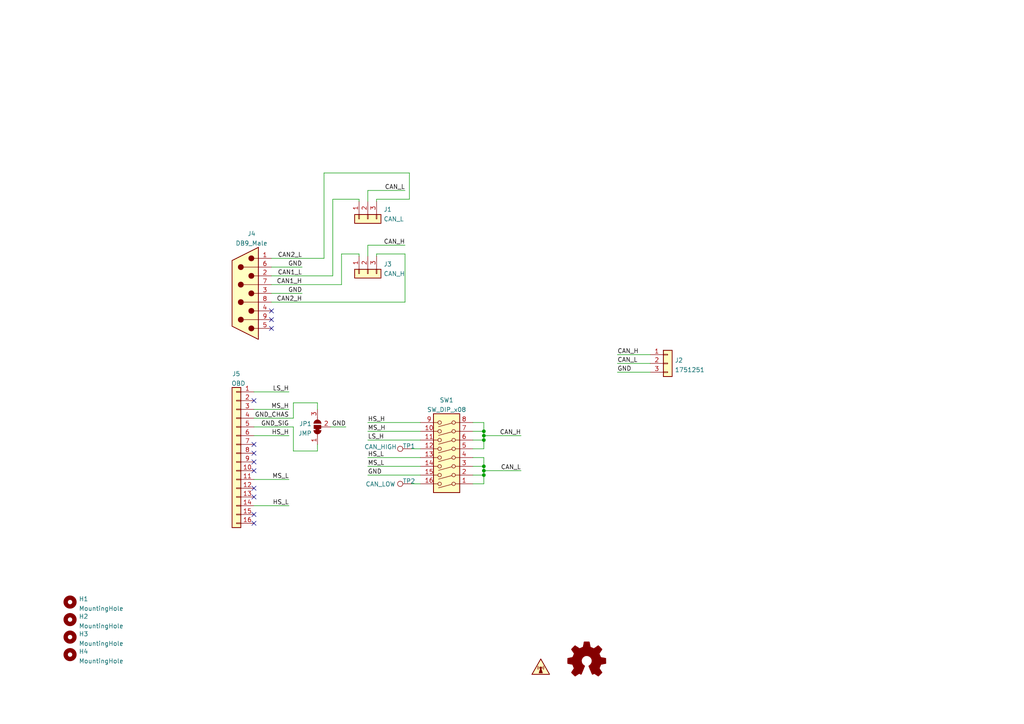
<source format=kicad_sch>
(kicad_sch (version 20210621) (generator eeschema)
  (paper "A4")
  (title_block (title "CANberry") (date "2021-10-02") (rev "0.1") (company "Josh Johnson") (comment 4 "Based on CANtact by Eric Evenchick and CANable Pro by Ethan Zonca"))
  (lib_symbols
    (symbol "Connector:DB9_Male" (pin_names (offset 1.016) hide)
      (property "Reference" "J" (at 0 13.97 0))
      (property "Value" "DB9_Male" (at 0 -14.605 0))
      (symbol "DB9_Male_0_1"
        (circle (center -1.778 -10.16) (radius 0.762) (fill (type outline)))
        (circle (center -1.778 -5.08) (radius 0.762) (fill (type outline)))
        (circle (center -1.778 0) (radius 0.762) (fill (type outline)))
        (circle (center -1.778 5.08) (radius 0.762) (fill (type outline)))
        (circle (center -1.778 10.16) (radius 0.762) (fill (type outline)))
        (circle (center 1.27 -7.62) (radius 0.762) (fill (type outline)))
        (circle (center 1.27 -2.54) (radius 0.762) (fill (type outline)))
        (circle (center 1.27 2.54) (radius 0.762) (fill (type outline)))
        (circle (center 1.27 7.62) (radius 0.762) (fill (type outline)))
        (polyline (pts (xy -3.81 -10.16) (xy -2.54 -10.16)))
        (polyline (pts (xy -3.81 -7.62) (xy 0.508 -7.62)))
        (polyline (pts (xy -3.81 -5.08) (xy -2.54 -5.08)))
        (polyline (pts (xy -3.81 -2.54) (xy 0.508 -2.54)))
        (polyline (pts (xy -3.81 0) (xy -2.54 0)))
        (polyline (pts (xy -3.81 2.54) (xy 0.508 2.54)))
        (polyline (pts (xy -3.81 5.08) (xy -2.54 5.08)))
        (polyline (pts (xy -3.81 7.62) (xy 0.508 7.62)))
        (polyline (pts (xy -3.81 10.16) (xy -2.54 10.16)))
        (polyline (pts (xy -3.81 -13.335) (xy -3.81 13.335) (xy 3.81 9.525) (xy 3.81 -9.525) (xy -3.81 -13.335)) (stroke (width 0.254)) (fill (type background)))
      )
      (symbol "DB9_Male_1_1"
        (pin passive line (at -7.62 -10.16 0) (length 3.81) (name "1") (number "1"))
        (pin passive line (at -7.62 -5.08 0) (length 3.81) (name "2") (number "2"))
        (pin passive line (at -7.62 0 0) (length 3.81) (name "3") (number "3"))
        (pin passive line (at -7.62 5.08 0) (length 3.81) (name "4") (number "4"))
        (pin passive line (at -7.62 10.16 0) (length 3.81) (name "5") (number "5"))
        (pin passive line (at -7.62 -7.62 0) (length 3.81) (name "6") (number "6"))
        (pin passive line (at -7.62 -2.54 0) (length 3.81) (name "7") (number "7"))
        (pin passive line (at -7.62 2.54 0) (length 3.81) (name "8") (number "8"))
        (pin passive line (at -7.62 7.62 0) (length 3.81) (name "9") (number "9"))
      )
    )
    (symbol "Connector:TestPoint" (pin_numbers hide) (pin_names (offset 0.762) hide)
      (property "Reference" "TP" (at 0 6.858 0))
      (property "Value" "TestPoint" (at 0 5.08 0))
      (symbol "TestPoint_0_1"
        (circle (center 0 3.302) (radius 0.762))
      )
      (symbol "TestPoint_1_1"
        (pin passive line (at 0 0 90) (length 2.54) (name "1") (number "1"))
      )
    )
    (symbol "Connector_Generic:Conn_01x03" (pin_names (offset 1.016) hide)
      (property "Reference" "J" (at 0 5.08 0))
      (property "Value" "Conn_01x03" (at 0 -5.08 0))
      (symbol "Conn_01x03_1_1"
        (rectangle (start -1.27 -2.413) (end 0 -2.667) (stroke (width 0.1524)))
        (rectangle (start -1.27 0.127) (end 0 -0.127) (stroke (width 0.1524)))
        (rectangle (start -1.27 2.667) (end 0 2.413) (stroke (width 0.1524)))
        (rectangle (start -1.27 3.81) (end 1.27 -3.81) (stroke (width 0.254)) (fill (type background)))
        (pin passive line (at -5.08 2.54 0) (length 3.81) (name "Pin_1") (number "1"))
        (pin passive line (at -5.08 0 0) (length 3.81) (name "Pin_2") (number "2"))
        (pin passive line (at -5.08 -2.54 0) (length 3.81) (name "Pin_3") (number "3"))
      )
    )
    (symbol "Connector_Generic:Conn_01x16" (pin_names (offset 1.016) hide)
      (property "Reference" "J" (at 0 20.32 0))
      (property "Value" "Conn_01x16" (at 0 -22.86 0))
      (symbol "Conn_01x16_1_1"
        (rectangle (start -1.27 -20.193) (end 0 -20.447) (stroke (width 0.1524)))
        (rectangle (start -1.27 -17.653) (end 0 -17.907) (stroke (width 0.1524)))
        (rectangle (start -1.27 -15.113) (end 0 -15.367) (stroke (width 0.1524)))
        (rectangle (start -1.27 -12.573) (end 0 -12.827) (stroke (width 0.1524)))
        (rectangle (start -1.27 -10.033) (end 0 -10.287) (stroke (width 0.1524)))
        (rectangle (start -1.27 -7.493) (end 0 -7.747) (stroke (width 0.1524)))
        (rectangle (start -1.27 -4.953) (end 0 -5.207) (stroke (width 0.1524)))
        (rectangle (start -1.27 -2.413) (end 0 -2.667) (stroke (width 0.1524)))
        (rectangle (start -1.27 0.127) (end 0 -0.127) (stroke (width 0.1524)))
        (rectangle (start -1.27 2.667) (end 0 2.413) (stroke (width 0.1524)))
        (rectangle (start -1.27 5.207) (end 0 4.953) (stroke (width 0.1524)))
        (rectangle (start -1.27 7.747) (end 0 7.493) (stroke (width 0.1524)))
        (rectangle (start -1.27 10.287) (end 0 10.033) (stroke (width 0.1524)))
        (rectangle (start -1.27 12.827) (end 0 12.573) (stroke (width 0.1524)))
        (rectangle (start -1.27 15.367) (end 0 15.113) (stroke (width 0.1524)))
        (rectangle (start -1.27 17.907) (end 0 17.653) (stroke (width 0.1524)))
        (rectangle (start -1.27 19.05) (end 1.27 -21.59) (stroke (width 0.254)) (fill (type background)))
        (pin passive line (at -5.08 17.78 0) (length 3.81) (name "Pin_1") (number "1"))
        (pin passive line (at -5.08 -5.08 0) (length 3.81) (name "Pin_10") (number "10"))
        (pin passive line (at -5.08 -7.62 0) (length 3.81) (name "Pin_11") (number "11"))
        (pin passive line (at -5.08 -10.16 0) (length 3.81) (name "Pin_12") (number "12"))
        (pin passive line (at -5.08 -12.7 0) (length 3.81) (name "Pin_13") (number "13"))
        (pin passive line (at -5.08 -15.24 0) (length 3.81) (name "Pin_14") (number "14"))
        (pin passive line (at -5.08 -17.78 0) (length 3.81) (name "Pin_15") (number "15"))
        (pin passive line (at -5.08 -20.32 0) (length 3.81) (name "Pin_16") (number "16"))
        (pin passive line (at -5.08 15.24 0) (length 3.81) (name "Pin_2") (number "2"))
        (pin passive line (at -5.08 12.7 0) (length 3.81) (name "Pin_3") (number "3"))
        (pin passive line (at -5.08 10.16 0) (length 3.81) (name "Pin_4") (number "4"))
        (pin passive line (at -5.08 7.62 0) (length 3.81) (name "Pin_5") (number "5"))
        (pin passive line (at -5.08 5.08 0) (length 3.81) (name "Pin_6") (number "6"))
        (pin passive line (at -5.08 2.54 0) (length 3.81) (name "Pin_7") (number "7"))
        (pin passive line (at -5.08 0 0) (length 3.81) (name "Pin_8") (number "8"))
        (pin passive line (at -5.08 -2.54 0) (length 3.81) (name "Pin_9") (number "9"))
      )
    )
    (symbol "Graphic:Logo_Open_Hardware_Small" (pin_names (offset 1.016))
      (symbol "Logo_Open_Hardware_Small_0_1"
        (polyline (pts (xy 3.3528 -4.3434) (xy 3.302 -4.318) (xy 3.175 -4.2418) (xy 2.9972 -4.1148) (xy 2.7686 -3.9624) (xy 2.54 -3.81) (xy 2.3622 -3.7084) (xy 2.2352 -3.6068) (xy 2.1844 -3.5814) (xy 2.159 -3.6068) (xy 2.0574 -3.6576) (xy 1.905 -3.7338) (xy 1.8034 -3.7846) (xy 1.6764 -3.8354) (xy 1.6002 -3.8354) (xy 1.6002 -3.8354) (xy 1.5494 -3.7338) (xy 1.4732 -3.5306) (xy 1.3462 -3.302) (xy 1.2446 -3.0226) (xy 1.1176 -2.7178) (xy 0.9652 -2.413) (xy 0.8636 -2.1082) (xy 0.7366 -1.8288) (xy 0.6604 -1.6256) (xy 0.6096 -1.4732) (xy 0.5842 -1.397) (xy 0.5842 -1.397) (xy 0.6604 -1.3208) (xy 0.7874 -1.2446) (xy 1.0414 -1.016) (xy 1.2954 -0.6858) (xy 1.4478 -0.3302) (xy 1.524 0.0762) (xy 1.4732 0.4572) (xy 1.3208 0.8128) (xy 1.0668 1.143) (xy 0.762 1.3716) (xy 0.4064 1.524) (xy 0 1.5748) (xy -0.381 1.5494) (xy -0.7366 1.397) (xy -1.0668 1.143) (xy -1.2192 0.9906) (xy -1.397 0.6604) (xy -1.524 0.3048) (xy -1.524 0.2286) (xy -1.4986 -0.1778) (xy -1.397 -0.5334) (xy -1.1938 -0.8636) (xy -0.9144 -1.143) (xy -0.8636 -1.1684) (xy -0.7366 -1.27) (xy -0.635 -1.3462) (xy -0.5842 -1.397) (xy -1.0668 -2.5908) (xy -1.143 -2.794) (xy -1.2954 -3.1242) (xy -1.397 -3.4036) (xy -1.4986 -3.6322) (xy -1.5748 -3.7846) (xy -1.6002 -3.8354) (xy -1.6002 -3.8354) (xy -1.651 -3.8354) (xy -1.7272 -3.81) (xy -1.905 -3.7338) (xy -2.0066 -3.683) (xy -2.1336 -3.6068) (xy -2.2098 -3.5814) (xy -2.2606 -3.6068) (xy -2.3622 -3.683) (xy -2.54 -3.81) (xy -2.7686 -3.9624) (xy -2.9718 -4.0894) (xy -3.1496 -4.2164) (xy -3.302 -4.318) (xy -3.3528 -4.3434) (xy -3.3782 -4.3434) (xy -3.429 -4.318) (xy -3.5306 -4.2164) (xy -3.7084 -4.064) (xy -3.937 -3.8354) (xy -3.9624 -3.81) (xy -4.1656 -3.6068) (xy -4.318 -3.4544) (xy -4.4196 -3.3274) (xy -4.445 -3.2766) (xy -4.445 -3.2766) (xy -4.4196 -3.2258) (xy -4.318 -3.0734) (xy -4.2164 -2.8956) (xy -4.064 -2.667) (xy -3.6576 -2.0828) (xy -3.8862 -1.5494) (xy -3.937 -1.3716) (xy -4.0386 -1.1684) (xy -4.0894 -1.0414) (xy -4.1148 -0.9652) (xy -4.191 -0.9398) (xy -4.318 -0.9144) (xy -4.5466 -0.8636) (xy -4.8006 -0.8128) (xy -5.0546 -0.7874) (xy -5.2578 -0.7366) (xy -5.4356 -0.7112) (xy -5.5118 -0.6858) (xy -5.5118 -0.6858) (xy -5.5372 -0.635) (xy -5.5372 -0.5588) (xy -5.5372 -0.4318) (xy -5.5626 -0.2286) (xy -5.5626 0.0762) (xy -5.5626 0.127) (xy -5.5372 0.4064) (xy -5.5372 0.635) (xy -5.5372 0.762) (xy -5.5372 0.8382) (xy -5.5372 0.8382) (xy -5.461 0.8382) (xy -5.3086 0.889) (xy -5.08 0.9144) (xy -4.826 0.9652) (xy -4.8006 0.9906) (xy -4.5466 1.0414) (xy -4.318 1.0668) (xy -4.1656 1.1176) (xy -4.0894 1.143) (xy -4.0894 1.143) (xy -4.0386 1.2446) (xy -3.9624 1.4224) (xy -3.8608 1.6256) (xy -3.7846 1.8288) (xy -3.7084 2.0066) (xy -3.6576 2.159) (xy -3.6322 2.2098) (xy -3.6322 2.2098) (xy -3.683 2.286) (xy -3.7592 2.413) (xy -3.8862 2.5908) (xy -4.064 2.8194) (xy -4.064 2.8448) (xy -4.2164 3.0734) (xy -4.3434 3.2512) (xy -4.4196 3.3782) (xy -4.445 3.4544) (xy -4.445 3.4544) (xy -4.3942 3.5052) (xy -4.2926 3.6322) (xy -4.1148 3.81) (xy -3.937 4.0132) (xy -3.8608 4.064) (xy -3.6576 4.2926) (xy -3.5052 4.4196) (xy -3.4036 4.4958) (xy -3.3528 4.5212) (xy -3.3528 4.5212) (xy -3.302 4.4704) (xy -3.1496 4.3688) (xy -2.9718 4.2418) (xy -2.7432 4.0894) (xy -2.7178 4.0894) (xy -2.4892 3.937) (xy -2.3114 3.81) (xy -2.1844 3.7084) (xy -2.1336 3.683) (xy -2.1082 3.683) (xy -2.032 3.7084) (xy -1.8542 3.7592) (xy -1.6764 3.8354) (xy -1.4732 3.937) (xy -1.27 4.0132) (xy -1.143 4.064) (xy -1.0668 4.1148) (xy -1.0668 4.1148) (xy -1.0414 4.191) (xy -1.016 4.3434) (xy -0.9652 4.572) (xy -0.9144 4.8514) (xy -0.889 4.9022) (xy -0.8382 5.1562) (xy -0.8128 5.3848) (xy -0.7874 5.5372) (xy -0.762 5.588) (xy -0.7112 5.6134) (xy -0.5842 5.6134) (xy -0.4064 5.6134) (xy -0.1524 5.6134) (xy 0.0762 5.6134) (xy 0.3302 5.6134) (xy 0.5334 5.6134) (xy 0.6858 5.588) (xy 0.7366 5.588) (xy 0.7366 5.588) (xy 0.762 5.5118) (xy 0.8128 5.334) (xy 0.8382 5.1054) (xy 0.9144 4.826) (xy 0.9144 4.7752) (xy 0.9652 4.5212) (xy 1.016 4.2926) (xy 1.0414 4.1402) (xy 1.0668 4.0894) (xy 1.0668 4.0894) (xy 1.1938 4.0386) (xy 1.3716 3.9624) (xy 1.5748 3.8608) (xy 2.0828 3.6576) (xy 2.7178 4.0894) (xy 2.7686 4.1402) (xy 2.9972 4.2926) (xy 3.175 4.4196) (xy 3.302 4.4958) (xy 3.3782 4.5212) (xy 3.3782 4.5212) (xy 3.429 4.4704) (xy 3.556 4.3434) (xy 3.7338 4.191) (xy 3.9116 3.9878) (xy 4.064 3.8354) (xy 4.2418 3.6576) (xy 4.3434 3.556) (xy 4.4196 3.4798) (xy 4.4196 3.429) (xy 4.4196 3.4036) (xy 4.3942 3.3274) (xy 4.2926 3.2004) (xy 4.1656 2.9972) (xy 4.0132 2.794) (xy 3.8862 2.5908) (xy 3.7592 2.3876) (xy 3.6576 2.2352) (xy 3.6322 2.159) (xy 3.6322 2.1336) (xy 3.683 2.0066) (xy 3.7592 1.8288) (xy 3.8608 1.6002) (xy 4.064 1.1176) (xy 4.3942 1.0414) (xy 4.5974 1.016) (xy 4.8768 0.9652) (xy 5.1308 0.9144) (xy 5.5372 0.8382) (xy 5.5626 -0.6604) (xy 5.4864 -0.6858) (xy 5.4356 -0.6858) (xy 5.2832 -0.7366) (xy 5.0546 -0.762) (xy 4.8006 -0.8128) (xy 4.5974 -0.8636) (xy 4.3688 -0.9144) (xy 4.2164 -0.9398) (xy 4.1402 -0.9398) (xy 4.1148 -0.9652) (xy 4.064 -1.0668) (xy 3.9878 -1.2446) (xy 3.9116 -1.4478) (xy 3.81 -1.651) (xy 3.7338 -1.8542) (xy 3.683 -2.0066) (xy 3.6576 -2.0828) (xy 3.683 -2.1336) (xy 3.7846 -2.2606) (xy 3.8862 -2.4638) (xy 4.0386 -2.667) (xy 4.191 -2.8956) (xy 4.318 -3.0734) (xy 4.3942 -3.2004) (xy 4.445 -3.2766) (xy 4.4196 -3.3274) (xy 4.3434 -3.429) (xy 4.1656 -3.5814) (xy 3.937 -3.8354) (xy 3.8862 -3.8608) (xy 3.683 -4.064) (xy 3.5306 -4.2164) (xy 3.4036 -4.318) (xy 3.3528 -4.3434)) (fill (type outline)))
      )
    )
    (symbol "Graphic:SYM_Radio_Waves_Small" (pin_names (offset 1.016) hide)
      (symbol "SYM_Radio_Waves_Small_0_1"
        (arc (start 0.508 0.254) (end 0.508 -0.254) (radius (at 0 0) (length 0.5588) (angles 26.6 -26.6)))
        (arc (start 0.762 0.508) (end 0.762 -0.508) (radius (at 0 0) (length 0.9144) (angles 33.7 -33.7)))
        (arc (start -0.508 0.254) (end -0.508 -0.254) (radius (at 0 0) (length 0.5588) (angles 153.4 -153.4)))
        (arc (start -0.762 -0.508) (end -0.762 0.508) (radius (at 0 0) (length 0.9144) (angles -146.3 146.3)))
        (circle (center 0 0) (radius 0.254) (fill (type outline)))
        (polyline (pts (xy -0.508 -1.524) (xy 0.508 -1.524) (xy 0 0) (xy -0.508 -1.524)) (fill (type outline)))
        (polyline (pts (xy -2.54 -1.905) (xy 2.54 -1.905) (xy 0 2.54) (xy -2.54 -1.905)) (stroke (width 0.254)) (fill (type background)))
      )
    )
    (symbol "Jumper:SolderJumper_3_Bridged12" (pin_names (offset 0) hide)
      (property "Reference" "JP" (at -2.54 -2.54 0))
      (property "Value" "SolderJumper_3_Bridged12" (at 0 2.794 0))
      (symbol "SolderJumper_3_Bridged12_0_1"
        (arc (start -1.016 1.016) (end -1.016 -1.016) (radius (at -1.016 0) (length 1.016) (angles 90.1 -90.1)))
        (arc (start 1.016 -1.016) (end 1.016 1.016) (radius (at 1.016 0) (length 1.016) (angles -89.9 89.9)))
        (arc (start -1.016 1.016) (end -1.016 -1.016) (radius (at -1.016 0) (length 1.016) (angles 90.1 -90.1)) (fill (type outline)))
        (arc (start 1.016 -1.016) (end 1.016 1.016) (radius (at 1.016 0) (length 1.016) (angles -89.9 89.9)) (fill (type outline)))
        (rectangle (start -1.016 0.508) (end -0.508 -0.508) (fill (type outline)))
        (rectangle (start -0.508 1.016) (end 0.508 -1.016) (fill (type outline)))
        (polyline (pts (xy -2.54 0) (xy -2.032 0)))
        (polyline (pts (xy -1.016 1.016) (xy -1.016 -1.016)))
        (polyline (pts (xy 0 -1.27) (xy 0 -1.016)))
        (polyline (pts (xy 1.016 1.016) (xy 1.016 -1.016)))
        (polyline (pts (xy 2.54 0) (xy 2.032 0)))
      )
      (symbol "SolderJumper_3_Bridged12_1_1"
        (pin passive line (at -5.08 0 0) (length 2.54) (name "A") (number "1"))
        (pin input line (at 0 -3.81 90) (length 2.54) (name "C") (number "2"))
        (pin passive line (at 5.08 0 180) (length 2.54) (name "B") (number "3"))
      )
    )
    (symbol "Mechanical:MountingHole" (pin_names (offset 1.016))
      (property "Reference" "H" (at 0 5.08 0))
      (property "Value" "MountingHole" (at 0 3.175 0))
      (symbol "MountingHole_0_1"
        (circle (center 0 0) (radius 1.27) (stroke (width 1.27)))
      )
    )
    (symbol "Switch:SW_DIP_x08" (pin_names (offset 0) hide)
      (property "Reference" "SW" (at 0 13.97 0))
      (property "Value" "SW_DIP_x08" (at 0 -11.43 0))
      (symbol "SW_DIP_x08_0_0"
        (circle (center -2.032 -7.62) (radius 0.508))
        (circle (center -2.032 -5.08) (radius 0.508))
        (circle (center -2.032 -2.54) (radius 0.508))
        (circle (center -2.032 0) (radius 0.508))
        (circle (center -2.032 2.54) (radius 0.508))
        (circle (center -2.032 5.08) (radius 0.508))
        (circle (center -2.032 7.62) (radius 0.508))
        (circle (center -2.032 10.16) (radius 0.508))
        (circle (center 2.032 -7.62) (radius 0.508))
        (circle (center 2.032 -5.08) (radius 0.508))
        (circle (center 2.032 -2.54) (radius 0.508))
        (circle (center 2.032 0) (radius 0.508))
        (circle (center 2.032 2.54) (radius 0.508))
        (circle (center 2.032 5.08) (radius 0.508))
        (circle (center 2.032 7.62) (radius 0.508))
        (circle (center 2.032 10.16) (radius 0.508))
        (polyline (pts (xy -1.524 -7.4676) (xy 2.3622 -6.4262)))
        (polyline (pts (xy -1.524 -4.9276) (xy 2.3622 -3.8862)))
        (polyline (pts (xy -1.524 -2.3876) (xy 2.3622 -1.3462)))
        (polyline (pts (xy -1.524 0.127) (xy 2.3622 1.1684)))
        (polyline (pts (xy -1.524 2.667) (xy 2.3622 3.7084)))
        (polyline (pts (xy -1.524 5.207) (xy 2.3622 6.2484)))
        (polyline (pts (xy -1.524 7.747) (xy 2.3622 8.7884)))
        (polyline (pts (xy -1.524 10.287) (xy 2.3622 11.3284)))
      )
      (symbol "SW_DIP_x08_0_1"
        (rectangle (start -3.81 12.7) (end 3.81 -10.16) (stroke (width 0.254)) (fill (type background)))
      )
      (symbol "SW_DIP_x08_1_1"
        (pin passive line (at -7.62 10.16 0) (length 5.08) (name "~") (number "1"))
        (pin passive line (at 7.62 -5.08 180) (length 5.08) (name "~") (number "10"))
        (pin passive line (at 7.62 -2.54 180) (length 5.08) (name "~") (number "11"))
        (pin passive line (at 7.62 0 180) (length 5.08) (name "~") (number "12"))
        (pin passive line (at 7.62 2.54 180) (length 5.08) (name "~") (number "13"))
        (pin passive line (at 7.62 5.08 180) (length 5.08) (name "~") (number "14"))
        (pin passive line (at 7.62 7.62 180) (length 5.08) (name "~") (number "15"))
        (pin passive line (at 7.62 10.16 180) (length 5.08) (name "~") (number "16"))
        (pin passive line (at -7.62 7.62 0) (length 5.08) (name "~") (number "2"))
        (pin passive line (at -7.62 5.08 0) (length 5.08) (name "~") (number "3"))
        (pin passive line (at -7.62 2.54 0) (length 5.08) (name "~") (number "4"))
        (pin passive line (at -7.62 0 0) (length 5.08) (name "~") (number "5"))
        (pin passive line (at -7.62 -2.54 0) (length 5.08) (name "~") (number "6"))
        (pin passive line (at -7.62 -5.08 0) (length 5.08) (name "~") (number "7"))
        (pin passive line (at -7.62 -7.62 0) (length 5.08) (name "~") (number "8"))
        (pin passive line (at 7.62 -7.62 180) (length 5.08) (name "~") (number "9"))
      )
    )
  )
  (junction (at 140.335 125.095))
  (junction (at 140.335 126.365))
  (junction (at 140.335 127.635))
  (junction (at 140.335 135.255))
  (junction (at 140.335 136.525))
  (junction (at 140.335 137.795))
  (no_connect (at 73.66 116.205))
  (no_connect (at 73.66 128.905))
  (no_connect (at 73.66 131.445))
  (no_connect (at 73.66 133.985))
  (no_connect (at 73.66 136.525))
  (no_connect (at 73.66 141.605))
  (no_connect (at 73.66 144.145))
  (no_connect (at 73.66 149.225))
  (no_connect (at 73.66 151.765))
  (no_connect (at 78.74 90.17))
  (no_connect (at 78.74 92.71))
  (no_connect (at 78.74 95.25))
  (wire (pts (xy 73.66 113.665) (xy 83.82 113.665)))
  (wire (pts (xy 73.66 118.745) (xy 83.82 118.745)))
  (wire (pts (xy 73.66 121.285) (xy 85.09 121.285)))
  (wire (pts (xy 73.66 123.825) (xy 85.09 123.825)))
  (wire (pts (xy 73.66 126.365) (xy 83.82 126.365)))
  (wire (pts (xy 73.66 139.065) (xy 83.82 139.065)))
  (wire (pts (xy 73.66 146.685) (xy 83.82 146.685)))
  (wire (pts (xy 78.74 74.93) (xy 93.98 74.93)))
  (wire (pts (xy 78.74 77.47) (xy 87.63 77.47)))
  (wire (pts (xy 78.74 80.01) (xy 96.52 80.01)))
  (wire (pts (xy 78.74 82.55) (xy 99.06 82.55)))
  (wire (pts (xy 78.74 85.09) (xy 87.63 85.09)))
  (wire (pts (xy 78.74 87.63) (xy 117.475 87.63)))
  (wire (pts (xy 85.09 116.84) (xy 92.075 116.84)))
  (wire (pts (xy 85.09 121.285) (xy 85.09 116.84)))
  (wire (pts (xy 85.09 130.81) (xy 85.09 123.825)))
  (wire (pts (xy 92.075 116.84) (xy 92.075 118.745)))
  (wire (pts (xy 92.075 128.905) (xy 92.075 130.81)))
  (wire (pts (xy 92.075 130.81) (xy 85.09 130.81)))
  (wire (pts (xy 93.98 50.165) (xy 118.745 50.165)))
  (wire (pts (xy 93.98 74.93) (xy 93.98 50.165)))
  (wire (pts (xy 95.885 123.825) (xy 100.33 123.825)))
  (wire (pts (xy 96.52 57.785) (xy 104.14 57.785)))
  (wire (pts (xy 96.52 80.01) (xy 96.52 57.785)))
  (wire (pts (xy 99.06 73.66) (xy 99.06 82.55)))
  (wire (pts (xy 104.14 57.785) (xy 104.14 58.42)))
  (wire (pts (xy 104.14 73.66) (xy 99.06 73.66)))
  (wire (pts (xy 104.14 74.295) (xy 104.14 73.66)))
  (wire (pts (xy 106.68 55.245) (xy 117.475 55.245)))
  (wire (pts (xy 106.68 58.42) (xy 106.68 55.245)))
  (wire (pts (xy 106.68 71.12) (xy 117.475 71.12)))
  (wire (pts (xy 106.68 74.295) (xy 106.68 71.12)))
  (wire (pts (xy 106.68 122.555) (xy 121.92 122.555)))
  (wire (pts (xy 106.68 125.095) (xy 121.92 125.095)))
  (wire (pts (xy 106.68 127.635) (xy 121.92 127.635)))
  (wire (pts (xy 106.68 132.715) (xy 121.92 132.715)))
  (wire (pts (xy 106.68 135.255) (xy 121.92 135.255)))
  (wire (pts (xy 106.68 137.795) (xy 121.92 137.795)))
  (wire (pts (xy 109.22 57.785) (xy 109.22 58.42)))
  (wire (pts (xy 109.22 73.66) (xy 117.475 73.66)))
  (wire (pts (xy 109.22 74.295) (xy 109.22 73.66)))
  (wire (pts (xy 117.475 73.66) (xy 117.475 87.63)))
  (wire (pts (xy 118.745 50.165) (xy 118.745 57.785)))
  (wire (pts (xy 118.745 57.785) (xy 109.22 57.785)))
  (wire (pts (xy 119.38 130.175) (xy 121.92 130.175)))
  (wire (pts (xy 119.38 140.335) (xy 121.92 140.335)))
  (wire (pts (xy 137.16 122.555) (xy 140.335 122.555)))
  (wire (pts (xy 137.16 125.095) (xy 140.335 125.095)))
  (wire (pts (xy 137.16 127.635) (xy 140.335 127.635)))
  (wire (pts (xy 137.16 130.175) (xy 140.335 130.175)))
  (wire (pts (xy 137.16 132.715) (xy 140.335 132.715)))
  (wire (pts (xy 137.16 135.255) (xy 140.335 135.255)))
  (wire (pts (xy 137.16 137.795) (xy 140.335 137.795)))
  (wire (pts (xy 137.16 140.335) (xy 140.335 140.335)))
  (wire (pts (xy 140.335 125.095) (xy 140.335 122.555)))
  (wire (pts (xy 140.335 126.365) (xy 140.335 125.095)))
  (wire (pts (xy 140.335 126.365) (xy 151.13 126.365)))
  (wire (pts (xy 140.335 127.635) (xy 140.335 126.365)))
  (wire (pts (xy 140.335 130.175) (xy 140.335 127.635)))
  (wire (pts (xy 140.335 135.255) (xy 140.335 132.715)))
  (wire (pts (xy 140.335 136.525) (xy 140.335 135.255)))
  (wire (pts (xy 140.335 136.525) (xy 151.13 136.525)))
  (wire (pts (xy 140.335 137.795) (xy 140.335 136.525)))
  (wire (pts (xy 140.335 140.335) (xy 140.335 137.795)))
  (wire (pts (xy 179.07 102.87) (xy 188.595 102.87)))
  (wire (pts (xy 179.07 105.41) (xy 188.595 105.41)))
  (wire (pts (xy 179.07 107.95) (xy 188.595 107.95)))
  (label "LS_H" (at 83.82 113.665 180))
  (label "MS_H" (at 83.82 118.745 180))
  (label "GND_CHAS" (at 83.82 121.285 180))
  (label "GND_SIG" (at 83.82 123.825 180))
  (label "HS_H" (at 83.82 126.365 180))
  (label "MS_L" (at 83.82 139.065 180))
  (label "HS_L" (at 83.82 146.685 180))
  (label "CAN2_L" (at 87.63 74.93 180))
  (label "GND" (at 87.63 77.47 180))
  (label "CAN1_L" (at 87.63 80.01 180))
  (label "CAN1_H" (at 87.63 82.55 180))
  (label "GND" (at 87.63 85.09 180))
  (label "CAN2_H" (at 87.63 87.63 180))
  (label "GND" (at 100.33 123.825 180))
  (label "HS_H" (at 106.68 122.555 0))
  (label "MS_H" (at 106.68 125.095 0))
  (label "LS_H" (at 106.68 127.635 0))
  (label "HS_L" (at 106.68 132.715 0))
  (label "MS_L" (at 106.68 135.255 0))
  (label "GND" (at 106.68 137.795 0))
  (label "CAN_L" (at 117.475 55.245 180))
  (label "CAN_H" (at 117.475 71.12 180))
  (label "CAN_H" (at 151.13 126.365 180))
  (label "CAN_L" (at 151.13 136.525 180))
  (label "CAN_H" (at 179.07 102.87 0))
  (label "CAN_L" (at 179.07 105.41 0))
  (label "GND" (at 179.07 107.95 0))
  (symbol (lib_id "Connector:TestPoint") (at 119.38 130.175 90) (unit 1)
    (property "Reference" "TP1" (at 118.618 129.3834 90))
    (property "Value" "CAN_HIGH" (at 110.363 129.6185 90))
    (property "Footprint" "TestPoint:TestPoint_THTPad_D2.0mm_Drill1.0mm" (effects hide))
  )
  (symbol (lib_id "Connector:TestPoint") (at 119.38 140.335 90) (unit 1)
    (property "Reference" "TP2" (at 118.618 139.5434 90))
    (property "Value" "CAN_LOW" (at 110.363 140.4135 90))
    (property "Footprint" "TestPoint:TestPoint_THTPad_D2.0mm_Drill1.0mm" (effects hide))
  )
  (symbol (lib_id "Mechanical:MountingHole") (at 20.32 174.625 0) (unit 1) (in_bom no)
    (property "Reference" "H1" (at 22.8601 173.7165 0) (effects (justify left)))
    (property "Value" "MountingHole" (at 22.8601 176.4916 0) (effects (justify left)))
    (property "Footprint" "MountingHole:MountingHole_3.2mm_M3" (effects hide))
    (property "DNP" "DNP" (effects hide))
  )
  (symbol (lib_id "Mechanical:MountingHole") (at 20.32 179.705 0) (unit 1) (in_bom no)
    (property "Reference" "H2" (at 22.8601 178.7965 0) (effects (justify left)))
    (property "Value" "MountingHole" (at 22.8601 181.5716 0) (effects (justify left)))
    (property "Footprint" "MountingHole:MountingHole_3.2mm_M3" (effects hide))
    (property "DNP" "DNP" (effects hide))
  )
  (symbol (lib_id "Mechanical:MountingHole") (at 20.32 184.785 0) (unit 1) (in_bom no)
    (property "Reference" "H3" (at 22.8601 183.8765 0) (effects (justify left)))
    (property "Value" "MountingHole" (at 22.8601 186.6516 0) (effects (justify left)))
    (property "Footprint" "MountingHole:MountingHole_3.2mm_M3" (effects hide))
    (property "DNP" "DNP" (effects hide))
  )
  (symbol (lib_id "Mechanical:MountingHole") (at 20.32 189.865 0) (unit 1) (in_bom no)
    (property "Reference" "H4" (at 22.8601 188.9565 0) (effects (justify left)))
    (property "Value" "MountingHole" (at 22.8601 191.7316 0) (effects (justify left)))
    (property "Footprint" "MountingHole:MountingHole_3.2mm_M3" (effects hide))
    (property "DNP" "DNP" (effects hide))
  )
  (symbol (lib_id "Graphic:SYM_Radio_Waves_Small") (at 156.845 193.675 0) (unit 1)
    (property "Reference" "SYM1" (effects hide))
    (property "Value" "Canberry" (effects hide))
    (property "Footprint" "can:Canberry" (effects hide))
  )
  (symbol (lib_id "Jumper:SolderJumper_3_Bridged12") (at 92.075 123.825 90) (unit 1)
    (property "Reference" "JP1" (at 90.4239 122.9165 90) (effects (justify left)))
    (property "Value" "JMP" (at 90.4239 125.6916 90) (effects (justify left)))
    (property "Footprint" "Jumper:SolderJumper-3_P1.3mm_Bridged12_RoundedPad1.0x1.5mm" (effects hide))
  )
  (symbol (lib_id "Connector_Generic:Conn_01x03") (at 106.68 63.5 90) (mirror x) (unit 1)
    (property "Reference" "J1" (at 111.2521 60.75 90) (effects (justify right)))
    (property "Value" "CAN_L" (at 111.2521 63.5251 90) (effects (justify right)))
    (property "Footprint" "josh-connectors:3_PIN_THT_Staggered" (effects hide))
  )
  (symbol (lib_id "Connector_Generic:Conn_01x03") (at 106.68 79.375 90) (mirror x) (unit 1)
    (property "Reference" "J3" (at 111.2521 76.625 90) (effects (justify right)))
    (property "Value" "CAN_H" (at 111.2521 79.4001 90) (effects (justify right)))
    (property "Footprint" "josh-connectors:3_PIN_THT_Staggered" (effects hide))
  )
  (symbol (lib_id "Connector_Generic:Conn_01x03") (at 193.675 105.41 0) (unit 1)
    (property "Reference" "J2" (at 195.7071 104.5015 0) (effects (justify left)))
    (property "Value" "1751251" (at 195.7071 107.2766 0) (effects (justify left)))
    (property "Footprint" "josh-connectors:TerminalBlock_393570003_1x03_P3.50mm_Horizontal" (effects hide))
    (property "LCSC" "C91152" (effects hide))
    (property "MPN" "1751251" (effects hide))
    (property "Manufacturer" "Phoenix Contact " (effects hide))
  )
  (symbol (lib_id "Graphic:Logo_Open_Hardware_Small") (at 170.18 191.77 0) (unit 1) (in_bom no)
    (property "Reference" "LOGO1" (effects hide))
    (property "Value" "Logo_Open_Hardware_Small" (effects hide))
    (property "Footprint" "Symbol:OSHW-Symbol_8.9x8mm_Copper" (effects hide))
  )
  (symbol (lib_id "Connector_Generic:Conn_01x16") (at 68.58 131.445 0) (mirror y) (unit 1)
    (property "Reference" "J5" (at 68.5165 108.4284 0))
    (property "Value" "OBD" (at 69.1515 111.2035 0))
    (property "Footprint" "josh-connectors:OBD-II-Sparkfun" (effects hide))
  )
  (symbol (lib_id "Connector:DB9_Male") (at 71.12 85.09 180) (unit 1)
    (property "Reference" "J4" (at 72.9615 67.7884 0))
    (property "Value" "DB9_Male" (at 72.9615 70.5635 0))
    (property "Footprint" "Connector_Dsub:DSUB-9_Male_Horizontal_P2.77x2.84mm_EdgePinOffset7.70mm_Housed_MountingHolesOffset9.12mm" (effects hide))
    (property "Datasheet" " ~" (effects hide))
  )
  (symbol (lib_id "Switch:SW_DIP_x08") (at 129.54 130.175 180) (unit 1)
    (property "Reference" "SW1" (at 129.54 116.0484 0))
    (property "Value" "SW_DIP_x08" (at 129.54 118.8235 0))
    (property "Footprint" "Button_Switch_THT:SW_DIP_SPSTx08_Slide_9.78x22.5mm_W7.62mm_P2.54mm" (effects hide))
  )
)
</source>
